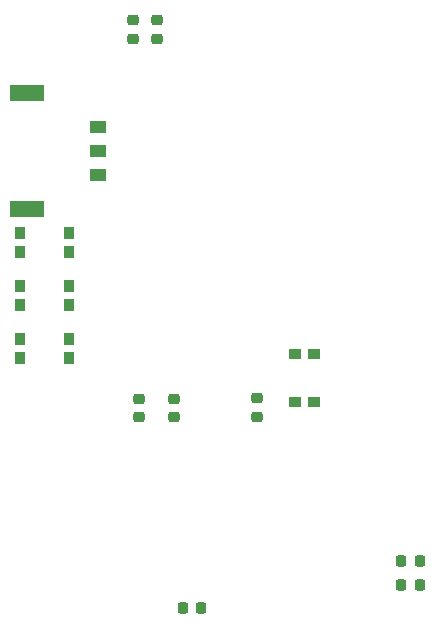
<source format=gbr>
%TF.GenerationSoftware,KiCad,Pcbnew,(6.0.8)*%
%TF.CreationDate,2023-04-16T02:33:25+09:00*%
%TF.ProjectId,ORION_sub_v2,4f52494f-4e5f-4737-9562-5f76322e6b69,rev?*%
%TF.SameCoordinates,Original*%
%TF.FileFunction,Paste,Top*%
%TF.FilePolarity,Positive*%
%FSLAX46Y46*%
G04 Gerber Fmt 4.6, Leading zero omitted, Abs format (unit mm)*
G04 Created by KiCad (PCBNEW (6.0.8)) date 2023-04-16 02:33:25*
%MOMM*%
%LPD*%
G01*
G04 APERTURE LIST*
G04 Aperture macros list*
%AMRoundRect*
0 Rectangle with rounded corners*
0 $1 Rounding radius*
0 $2 $3 $4 $5 $6 $7 $8 $9 X,Y pos of 4 corners*
0 Add a 4 corners polygon primitive as box body*
4,1,4,$2,$3,$4,$5,$6,$7,$8,$9,$2,$3,0*
0 Add four circle primitives for the rounded corners*
1,1,$1+$1,$2,$3*
1,1,$1+$1,$4,$5*
1,1,$1+$1,$6,$7*
1,1,$1+$1,$8,$9*
0 Add four rect primitives between the rounded corners*
20,1,$1+$1,$2,$3,$4,$5,0*
20,1,$1+$1,$4,$5,$6,$7,0*
20,1,$1+$1,$6,$7,$8,$9,0*
20,1,$1+$1,$8,$9,$2,$3,0*%
G04 Aperture macros list end*
%ADD10R,0.900000X1.000000*%
%ADD11RoundRect,0.218750X0.256250X-0.218750X0.256250X0.218750X-0.256250X0.218750X-0.256250X-0.218750X0*%
%ADD12RoundRect,0.218750X-0.218750X-0.256250X0.218750X-0.256250X0.218750X0.256250X-0.218750X0.256250X0*%
%ADD13RoundRect,0.218750X0.218750X0.256250X-0.218750X0.256250X-0.218750X-0.256250X0.218750X-0.256250X0*%
%ADD14R,1.450000X1.100000*%
%ADD15R,2.899999X1.350000*%
%ADD16RoundRect,0.218750X-0.256250X0.218750X-0.256250X-0.218750X0.256250X-0.218750X0.256250X0.218750X0*%
%ADD17R,1.000000X0.900000*%
G04 APERTURE END LIST*
D10*
%TO.C,SW2*%
X99550000Y-83700000D03*
X95450000Y-83700000D03*
X95450000Y-85300000D03*
X99550000Y-85300000D03*
%TD*%
D11*
%TO.C,D6*%
X107000000Y-58287500D03*
X107000000Y-56712500D03*
%TD*%
D12*
%TO.C,D7*%
X109212500Y-106500000D03*
X110787500Y-106500000D03*
%TD*%
D11*
%TO.C,D5*%
X105000000Y-58287500D03*
X105000000Y-56712500D03*
%TD*%
D10*
%TO.C,SW3*%
X99550000Y-74700000D03*
X95450000Y-74700000D03*
X99550000Y-76300000D03*
X95450000Y-76300000D03*
%TD*%
D13*
%TO.C,D10*%
X129287500Y-104500000D03*
X127712500Y-104500000D03*
%TD*%
D14*
%TO.C,J11*%
X102050000Y-65771500D03*
X102050000Y-67771501D03*
X102050000Y-69771500D03*
D15*
X96075001Y-62876502D03*
X96075001Y-72666498D03*
%TD*%
D16*
%TO.C,D3*%
X105500000Y-88747500D03*
X105500000Y-90322500D03*
%TD*%
D10*
%TO.C,SW4*%
X99550000Y-79200000D03*
X95450000Y-79200000D03*
X95450000Y-80800000D03*
X99550000Y-80800000D03*
%TD*%
D16*
%TO.C,D2*%
X115500000Y-88712500D03*
X115500000Y-90287500D03*
%TD*%
D13*
%TO.C,D4*%
X129287500Y-102500000D03*
X127712500Y-102500000D03*
%TD*%
D17*
%TO.C,SW1*%
X118700000Y-84950000D03*
X118700000Y-89050000D03*
X120300000Y-89050000D03*
X120300000Y-84950000D03*
%TD*%
D16*
%TO.C,D1*%
X108500000Y-88747500D03*
X108500000Y-90322500D03*
%TD*%
M02*

</source>
